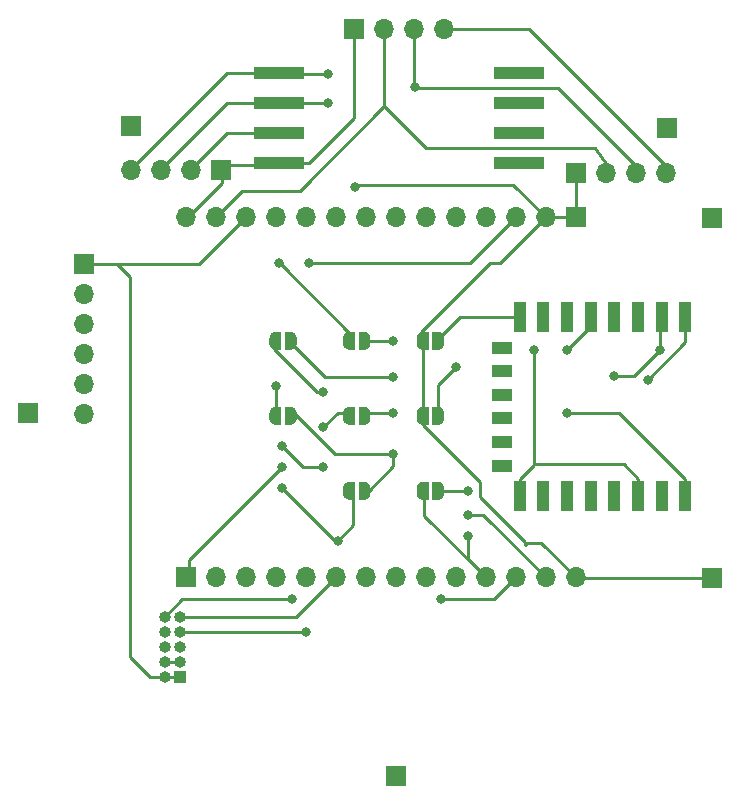
<source format=gbl>
G04 #@! TF.GenerationSoftware,KiCad,Pcbnew,5.1.9+dfsg1-1~bpo10+1*
G04 #@! TF.CreationDate,2021-10-25T22:06:13-04:00*
G04 #@! TF.ProjectId,wifi_shield,77696669-5f73-4686-9965-6c642e6b6963,rev?*
G04 #@! TF.SameCoordinates,Original*
G04 #@! TF.FileFunction,Copper,L2,Bot*
G04 #@! TF.FilePolarity,Positive*
%FSLAX46Y46*%
G04 Gerber Fmt 4.6, Leading zero omitted, Abs format (unit mm)*
G04 Created by KiCad (PCBNEW 5.1.9+dfsg1-1~bpo10+1) date 2021-10-25 22:06:13*
%MOMM*%
%LPD*%
G01*
G04 APERTURE LIST*
G04 #@! TA.AperFunction,SMDPad,CuDef*
%ADD10R,1.000000X2.500000*%
G04 #@! TD*
G04 #@! TA.AperFunction,SMDPad,CuDef*
%ADD11R,1.800000X1.000000*%
G04 #@! TD*
G04 #@! TA.AperFunction,SMDPad,CuDef*
%ADD12C,0.100000*%
G04 #@! TD*
G04 #@! TA.AperFunction,SMDPad,CuDef*
%ADD13R,4.200000X1.000000*%
G04 #@! TD*
G04 #@! TA.AperFunction,ComponentPad*
%ADD14R,1.700000X1.700000*%
G04 #@! TD*
G04 #@! TA.AperFunction,ComponentPad*
%ADD15O,1.700000X1.700000*%
G04 #@! TD*
G04 #@! TA.AperFunction,ComponentPad*
%ADD16R,1.000000X1.000000*%
G04 #@! TD*
G04 #@! TA.AperFunction,ComponentPad*
%ADD17O,1.000000X1.000000*%
G04 #@! TD*
G04 #@! TA.AperFunction,ViaPad*
%ADD18C,0.800000*%
G04 #@! TD*
G04 #@! TA.AperFunction,Conductor*
%ADD19C,0.250000*%
G04 #@! TD*
G04 APERTURE END LIST*
D10*
X174250000Y-108100000D03*
X172250000Y-108100000D03*
X170250000Y-108100000D03*
X168250000Y-108100000D03*
X166250000Y-108100000D03*
X164250000Y-108100000D03*
X162250000Y-108100000D03*
X160250000Y-108100000D03*
D11*
X158750000Y-105500000D03*
X158750000Y-103500000D03*
X158750000Y-101500000D03*
X158750000Y-99500000D03*
X158750000Y-97500000D03*
X158750000Y-95500000D03*
D10*
X160250000Y-92900000D03*
X162250000Y-92900000D03*
X164250000Y-92900000D03*
X166250000Y-92900000D03*
X168250000Y-92900000D03*
X170250000Y-92900000D03*
X172250000Y-92900000D03*
X174250000Y-92900000D03*
G04 #@! TA.AperFunction,SMDPad,CuDef*
D12*
G36*
X147094000Y-94170602D02*
G01*
X147118534Y-94170602D01*
X147167365Y-94175412D01*
X147215490Y-94184984D01*
X147262445Y-94199228D01*
X147307778Y-94218005D01*
X147351051Y-94241136D01*
X147391850Y-94268396D01*
X147429779Y-94299524D01*
X147464476Y-94334221D01*
X147495604Y-94372150D01*
X147522864Y-94412949D01*
X147545995Y-94456222D01*
X147564772Y-94501555D01*
X147579016Y-94548510D01*
X147588588Y-94596635D01*
X147593398Y-94645466D01*
X147593398Y-94670000D01*
X147594000Y-94670000D01*
X147594000Y-95170000D01*
X147593398Y-95170000D01*
X147593398Y-95194534D01*
X147588588Y-95243365D01*
X147579016Y-95291490D01*
X147564772Y-95338445D01*
X147545995Y-95383778D01*
X147522864Y-95427051D01*
X147495604Y-95467850D01*
X147464476Y-95505779D01*
X147429779Y-95540476D01*
X147391850Y-95571604D01*
X147351051Y-95598864D01*
X147307778Y-95621995D01*
X147262445Y-95640772D01*
X147215490Y-95655016D01*
X147167365Y-95664588D01*
X147118534Y-95669398D01*
X147094000Y-95669398D01*
X147094000Y-95670000D01*
X146594000Y-95670000D01*
X146594000Y-94170000D01*
X147094000Y-94170000D01*
X147094000Y-94170602D01*
G37*
G04 #@! TD.AperFunction*
G04 #@! TA.AperFunction,SMDPad,CuDef*
G36*
X146294000Y-95670000D02*
G01*
X145794000Y-95670000D01*
X145794000Y-95669398D01*
X145769466Y-95669398D01*
X145720635Y-95664588D01*
X145672510Y-95655016D01*
X145625555Y-95640772D01*
X145580222Y-95621995D01*
X145536949Y-95598864D01*
X145496150Y-95571604D01*
X145458221Y-95540476D01*
X145423524Y-95505779D01*
X145392396Y-95467850D01*
X145365136Y-95427051D01*
X145342005Y-95383778D01*
X145323228Y-95338445D01*
X145308984Y-95291490D01*
X145299412Y-95243365D01*
X145294602Y-95194534D01*
X145294602Y-95170000D01*
X145294000Y-95170000D01*
X145294000Y-94670000D01*
X145294602Y-94670000D01*
X145294602Y-94645466D01*
X145299412Y-94596635D01*
X145308984Y-94548510D01*
X145323228Y-94501555D01*
X145342005Y-94456222D01*
X145365136Y-94412949D01*
X145392396Y-94372150D01*
X145423524Y-94334221D01*
X145458221Y-94299524D01*
X145496150Y-94268396D01*
X145536949Y-94241136D01*
X145580222Y-94218005D01*
X145625555Y-94199228D01*
X145672510Y-94184984D01*
X145720635Y-94175412D01*
X145769466Y-94170602D01*
X145794000Y-94170602D01*
X145794000Y-94170000D01*
X146294000Y-94170000D01*
X146294000Y-95670000D01*
G37*
G04 #@! TD.AperFunction*
D13*
X139840000Y-79880000D03*
X139840000Y-77340000D03*
X139840000Y-74800000D03*
X139840000Y-72260000D03*
X160160000Y-79880000D03*
X160160000Y-77340000D03*
X160160000Y-74800000D03*
X160160000Y-72260000D03*
G04 #@! TA.AperFunction,SMDPad,CuDef*
D12*
G36*
X152532000Y-102020000D02*
G01*
X152032000Y-102020000D01*
X152032000Y-102019398D01*
X152007466Y-102019398D01*
X151958635Y-102014588D01*
X151910510Y-102005016D01*
X151863555Y-101990772D01*
X151818222Y-101971995D01*
X151774949Y-101948864D01*
X151734150Y-101921604D01*
X151696221Y-101890476D01*
X151661524Y-101855779D01*
X151630396Y-101817850D01*
X151603136Y-101777051D01*
X151580005Y-101733778D01*
X151561228Y-101688445D01*
X151546984Y-101641490D01*
X151537412Y-101593365D01*
X151532602Y-101544534D01*
X151532602Y-101520000D01*
X151532000Y-101520000D01*
X151532000Y-101020000D01*
X151532602Y-101020000D01*
X151532602Y-100995466D01*
X151537412Y-100946635D01*
X151546984Y-100898510D01*
X151561228Y-100851555D01*
X151580005Y-100806222D01*
X151603136Y-100762949D01*
X151630396Y-100722150D01*
X151661524Y-100684221D01*
X151696221Y-100649524D01*
X151734150Y-100618396D01*
X151774949Y-100591136D01*
X151818222Y-100568005D01*
X151863555Y-100549228D01*
X151910510Y-100534984D01*
X151958635Y-100525412D01*
X152007466Y-100520602D01*
X152032000Y-100520602D01*
X152032000Y-100520000D01*
X152532000Y-100520000D01*
X152532000Y-102020000D01*
G37*
G04 #@! TD.AperFunction*
G04 #@! TA.AperFunction,SMDPad,CuDef*
G36*
X153332000Y-100520602D02*
G01*
X153356534Y-100520602D01*
X153405365Y-100525412D01*
X153453490Y-100534984D01*
X153500445Y-100549228D01*
X153545778Y-100568005D01*
X153589051Y-100591136D01*
X153629850Y-100618396D01*
X153667779Y-100649524D01*
X153702476Y-100684221D01*
X153733604Y-100722150D01*
X153760864Y-100762949D01*
X153783995Y-100806222D01*
X153802772Y-100851555D01*
X153817016Y-100898510D01*
X153826588Y-100946635D01*
X153831398Y-100995466D01*
X153831398Y-101020000D01*
X153832000Y-101020000D01*
X153832000Y-101520000D01*
X153831398Y-101520000D01*
X153831398Y-101544534D01*
X153826588Y-101593365D01*
X153817016Y-101641490D01*
X153802772Y-101688445D01*
X153783995Y-101733778D01*
X153760864Y-101777051D01*
X153733604Y-101817850D01*
X153702476Y-101855779D01*
X153667779Y-101890476D01*
X153629850Y-101921604D01*
X153589051Y-101948864D01*
X153545778Y-101971995D01*
X153500445Y-101990772D01*
X153453490Y-102005016D01*
X153405365Y-102014588D01*
X153356534Y-102019398D01*
X153332000Y-102019398D01*
X153332000Y-102020000D01*
X152832000Y-102020000D01*
X152832000Y-100520000D01*
X153332000Y-100520000D01*
X153332000Y-100520602D01*
G37*
G04 #@! TD.AperFunction*
D14*
X146250000Y-68500000D03*
D15*
X148790000Y-68500000D03*
X151330000Y-68500000D03*
X153870000Y-68500000D03*
G04 #@! TA.AperFunction,SMDPad,CuDef*
D12*
G36*
X140056000Y-95670000D02*
G01*
X139556000Y-95670000D01*
X139556000Y-95669398D01*
X139531466Y-95669398D01*
X139482635Y-95664588D01*
X139434510Y-95655016D01*
X139387555Y-95640772D01*
X139342222Y-95621995D01*
X139298949Y-95598864D01*
X139258150Y-95571604D01*
X139220221Y-95540476D01*
X139185524Y-95505779D01*
X139154396Y-95467850D01*
X139127136Y-95427051D01*
X139104005Y-95383778D01*
X139085228Y-95338445D01*
X139070984Y-95291490D01*
X139061412Y-95243365D01*
X139056602Y-95194534D01*
X139056602Y-95170000D01*
X139056000Y-95170000D01*
X139056000Y-94670000D01*
X139056602Y-94670000D01*
X139056602Y-94645466D01*
X139061412Y-94596635D01*
X139070984Y-94548510D01*
X139085228Y-94501555D01*
X139104005Y-94456222D01*
X139127136Y-94412949D01*
X139154396Y-94372150D01*
X139185524Y-94334221D01*
X139220221Y-94299524D01*
X139258150Y-94268396D01*
X139298949Y-94241136D01*
X139342222Y-94218005D01*
X139387555Y-94199228D01*
X139434510Y-94184984D01*
X139482635Y-94175412D01*
X139531466Y-94170602D01*
X139556000Y-94170602D01*
X139556000Y-94170000D01*
X140056000Y-94170000D01*
X140056000Y-95670000D01*
G37*
G04 #@! TD.AperFunction*
G04 #@! TA.AperFunction,SMDPad,CuDef*
G36*
X140856000Y-94170602D02*
G01*
X140880534Y-94170602D01*
X140929365Y-94175412D01*
X140977490Y-94184984D01*
X141024445Y-94199228D01*
X141069778Y-94218005D01*
X141113051Y-94241136D01*
X141153850Y-94268396D01*
X141191779Y-94299524D01*
X141226476Y-94334221D01*
X141257604Y-94372150D01*
X141284864Y-94412949D01*
X141307995Y-94456222D01*
X141326772Y-94501555D01*
X141341016Y-94548510D01*
X141350588Y-94596635D01*
X141355398Y-94645466D01*
X141355398Y-94670000D01*
X141356000Y-94670000D01*
X141356000Y-95170000D01*
X141355398Y-95170000D01*
X141355398Y-95194534D01*
X141350588Y-95243365D01*
X141341016Y-95291490D01*
X141326772Y-95338445D01*
X141307995Y-95383778D01*
X141284864Y-95427051D01*
X141257604Y-95467850D01*
X141226476Y-95505779D01*
X141191779Y-95540476D01*
X141153850Y-95571604D01*
X141113051Y-95598864D01*
X141069778Y-95621995D01*
X141024445Y-95640772D01*
X140977490Y-95655016D01*
X140929365Y-95664588D01*
X140880534Y-95669398D01*
X140856000Y-95669398D01*
X140856000Y-95670000D01*
X140356000Y-95670000D01*
X140356000Y-94170000D01*
X140856000Y-94170000D01*
X140856000Y-94170602D01*
G37*
G04 #@! TD.AperFunction*
G04 #@! TA.AperFunction,SMDPad,CuDef*
G36*
X140056000Y-102020000D02*
G01*
X139556000Y-102020000D01*
X139556000Y-102019398D01*
X139531466Y-102019398D01*
X139482635Y-102014588D01*
X139434510Y-102005016D01*
X139387555Y-101990772D01*
X139342222Y-101971995D01*
X139298949Y-101948864D01*
X139258150Y-101921604D01*
X139220221Y-101890476D01*
X139185524Y-101855779D01*
X139154396Y-101817850D01*
X139127136Y-101777051D01*
X139104005Y-101733778D01*
X139085228Y-101688445D01*
X139070984Y-101641490D01*
X139061412Y-101593365D01*
X139056602Y-101544534D01*
X139056602Y-101520000D01*
X139056000Y-101520000D01*
X139056000Y-101020000D01*
X139056602Y-101020000D01*
X139056602Y-100995466D01*
X139061412Y-100946635D01*
X139070984Y-100898510D01*
X139085228Y-100851555D01*
X139104005Y-100806222D01*
X139127136Y-100762949D01*
X139154396Y-100722150D01*
X139185524Y-100684221D01*
X139220221Y-100649524D01*
X139258150Y-100618396D01*
X139298949Y-100591136D01*
X139342222Y-100568005D01*
X139387555Y-100549228D01*
X139434510Y-100534984D01*
X139482635Y-100525412D01*
X139531466Y-100520602D01*
X139556000Y-100520602D01*
X139556000Y-100520000D01*
X140056000Y-100520000D01*
X140056000Y-102020000D01*
G37*
G04 #@! TD.AperFunction*
G04 #@! TA.AperFunction,SMDPad,CuDef*
G36*
X140856000Y-100520602D02*
G01*
X140880534Y-100520602D01*
X140929365Y-100525412D01*
X140977490Y-100534984D01*
X141024445Y-100549228D01*
X141069778Y-100568005D01*
X141113051Y-100591136D01*
X141153850Y-100618396D01*
X141191779Y-100649524D01*
X141226476Y-100684221D01*
X141257604Y-100722150D01*
X141284864Y-100762949D01*
X141307995Y-100806222D01*
X141326772Y-100851555D01*
X141341016Y-100898510D01*
X141350588Y-100946635D01*
X141355398Y-100995466D01*
X141355398Y-101020000D01*
X141356000Y-101020000D01*
X141356000Y-101520000D01*
X141355398Y-101520000D01*
X141355398Y-101544534D01*
X141350588Y-101593365D01*
X141341016Y-101641490D01*
X141326772Y-101688445D01*
X141307995Y-101733778D01*
X141284864Y-101777051D01*
X141257604Y-101817850D01*
X141226476Y-101855779D01*
X141191779Y-101890476D01*
X141153850Y-101921604D01*
X141113051Y-101948864D01*
X141069778Y-101971995D01*
X141024445Y-101990772D01*
X140977490Y-102005016D01*
X140929365Y-102014588D01*
X140880534Y-102019398D01*
X140856000Y-102019398D01*
X140856000Y-102020000D01*
X140356000Y-102020000D01*
X140356000Y-100520000D01*
X140856000Y-100520000D01*
X140856000Y-100520602D01*
G37*
G04 #@! TD.AperFunction*
G04 #@! TA.AperFunction,SMDPad,CuDef*
G36*
X153332000Y-106870602D02*
G01*
X153356534Y-106870602D01*
X153405365Y-106875412D01*
X153453490Y-106884984D01*
X153500445Y-106899228D01*
X153545778Y-106918005D01*
X153589051Y-106941136D01*
X153629850Y-106968396D01*
X153667779Y-106999524D01*
X153702476Y-107034221D01*
X153733604Y-107072150D01*
X153760864Y-107112949D01*
X153783995Y-107156222D01*
X153802772Y-107201555D01*
X153817016Y-107248510D01*
X153826588Y-107296635D01*
X153831398Y-107345466D01*
X153831398Y-107370000D01*
X153832000Y-107370000D01*
X153832000Y-107870000D01*
X153831398Y-107870000D01*
X153831398Y-107894534D01*
X153826588Y-107943365D01*
X153817016Y-107991490D01*
X153802772Y-108038445D01*
X153783995Y-108083778D01*
X153760864Y-108127051D01*
X153733604Y-108167850D01*
X153702476Y-108205779D01*
X153667779Y-108240476D01*
X153629850Y-108271604D01*
X153589051Y-108298864D01*
X153545778Y-108321995D01*
X153500445Y-108340772D01*
X153453490Y-108355016D01*
X153405365Y-108364588D01*
X153356534Y-108369398D01*
X153332000Y-108369398D01*
X153332000Y-108370000D01*
X152832000Y-108370000D01*
X152832000Y-106870000D01*
X153332000Y-106870000D01*
X153332000Y-106870602D01*
G37*
G04 #@! TD.AperFunction*
G04 #@! TA.AperFunction,SMDPad,CuDef*
G36*
X152532000Y-108370000D02*
G01*
X152032000Y-108370000D01*
X152032000Y-108369398D01*
X152007466Y-108369398D01*
X151958635Y-108364588D01*
X151910510Y-108355016D01*
X151863555Y-108340772D01*
X151818222Y-108321995D01*
X151774949Y-108298864D01*
X151734150Y-108271604D01*
X151696221Y-108240476D01*
X151661524Y-108205779D01*
X151630396Y-108167850D01*
X151603136Y-108127051D01*
X151580005Y-108083778D01*
X151561228Y-108038445D01*
X151546984Y-107991490D01*
X151537412Y-107943365D01*
X151532602Y-107894534D01*
X151532602Y-107870000D01*
X151532000Y-107870000D01*
X151532000Y-107370000D01*
X151532602Y-107370000D01*
X151532602Y-107345466D01*
X151537412Y-107296635D01*
X151546984Y-107248510D01*
X151561228Y-107201555D01*
X151580005Y-107156222D01*
X151603136Y-107112949D01*
X151630396Y-107072150D01*
X151661524Y-107034221D01*
X151696221Y-106999524D01*
X151734150Y-106968396D01*
X151774949Y-106941136D01*
X151818222Y-106918005D01*
X151863555Y-106899228D01*
X151910510Y-106884984D01*
X151958635Y-106875412D01*
X152007466Y-106870602D01*
X152032000Y-106870602D01*
X152032000Y-106870000D01*
X152532000Y-106870000D01*
X152532000Y-108370000D01*
G37*
G04 #@! TD.AperFunction*
G04 #@! TA.AperFunction,SMDPad,CuDef*
G36*
X152532000Y-95670000D02*
G01*
X152032000Y-95670000D01*
X152032000Y-95669398D01*
X152007466Y-95669398D01*
X151958635Y-95664588D01*
X151910510Y-95655016D01*
X151863555Y-95640772D01*
X151818222Y-95621995D01*
X151774949Y-95598864D01*
X151734150Y-95571604D01*
X151696221Y-95540476D01*
X151661524Y-95505779D01*
X151630396Y-95467850D01*
X151603136Y-95427051D01*
X151580005Y-95383778D01*
X151561228Y-95338445D01*
X151546984Y-95291490D01*
X151537412Y-95243365D01*
X151532602Y-95194534D01*
X151532602Y-95170000D01*
X151532000Y-95170000D01*
X151532000Y-94670000D01*
X151532602Y-94670000D01*
X151532602Y-94645466D01*
X151537412Y-94596635D01*
X151546984Y-94548510D01*
X151561228Y-94501555D01*
X151580005Y-94456222D01*
X151603136Y-94412949D01*
X151630396Y-94372150D01*
X151661524Y-94334221D01*
X151696221Y-94299524D01*
X151734150Y-94268396D01*
X151774949Y-94241136D01*
X151818222Y-94218005D01*
X151863555Y-94199228D01*
X151910510Y-94184984D01*
X151958635Y-94175412D01*
X152007466Y-94170602D01*
X152032000Y-94170602D01*
X152032000Y-94170000D01*
X152532000Y-94170000D01*
X152532000Y-95670000D01*
G37*
G04 #@! TD.AperFunction*
G04 #@! TA.AperFunction,SMDPad,CuDef*
G36*
X153332000Y-94170602D02*
G01*
X153356534Y-94170602D01*
X153405365Y-94175412D01*
X153453490Y-94184984D01*
X153500445Y-94199228D01*
X153545778Y-94218005D01*
X153589051Y-94241136D01*
X153629850Y-94268396D01*
X153667779Y-94299524D01*
X153702476Y-94334221D01*
X153733604Y-94372150D01*
X153760864Y-94412949D01*
X153783995Y-94456222D01*
X153802772Y-94501555D01*
X153817016Y-94548510D01*
X153826588Y-94596635D01*
X153831398Y-94645466D01*
X153831398Y-94670000D01*
X153832000Y-94670000D01*
X153832000Y-95170000D01*
X153831398Y-95170000D01*
X153831398Y-95194534D01*
X153826588Y-95243365D01*
X153817016Y-95291490D01*
X153802772Y-95338445D01*
X153783995Y-95383778D01*
X153760864Y-95427051D01*
X153733604Y-95467850D01*
X153702476Y-95505779D01*
X153667779Y-95540476D01*
X153629850Y-95571604D01*
X153589051Y-95598864D01*
X153545778Y-95621995D01*
X153500445Y-95640772D01*
X153453490Y-95655016D01*
X153405365Y-95664588D01*
X153356534Y-95669398D01*
X153332000Y-95669398D01*
X153332000Y-95670000D01*
X152832000Y-95670000D01*
X152832000Y-94170000D01*
X153332000Y-94170000D01*
X153332000Y-94170602D01*
G37*
G04 #@! TD.AperFunction*
G04 #@! TA.AperFunction,SMDPad,CuDef*
G36*
X147094000Y-100520602D02*
G01*
X147118534Y-100520602D01*
X147167365Y-100525412D01*
X147215490Y-100534984D01*
X147262445Y-100549228D01*
X147307778Y-100568005D01*
X147351051Y-100591136D01*
X147391850Y-100618396D01*
X147429779Y-100649524D01*
X147464476Y-100684221D01*
X147495604Y-100722150D01*
X147522864Y-100762949D01*
X147545995Y-100806222D01*
X147564772Y-100851555D01*
X147579016Y-100898510D01*
X147588588Y-100946635D01*
X147593398Y-100995466D01*
X147593398Y-101020000D01*
X147594000Y-101020000D01*
X147594000Y-101520000D01*
X147593398Y-101520000D01*
X147593398Y-101544534D01*
X147588588Y-101593365D01*
X147579016Y-101641490D01*
X147564772Y-101688445D01*
X147545995Y-101733778D01*
X147522864Y-101777051D01*
X147495604Y-101817850D01*
X147464476Y-101855779D01*
X147429779Y-101890476D01*
X147391850Y-101921604D01*
X147351051Y-101948864D01*
X147307778Y-101971995D01*
X147262445Y-101990772D01*
X147215490Y-102005016D01*
X147167365Y-102014588D01*
X147118534Y-102019398D01*
X147094000Y-102019398D01*
X147094000Y-102020000D01*
X146594000Y-102020000D01*
X146594000Y-100520000D01*
X147094000Y-100520000D01*
X147094000Y-100520602D01*
G37*
G04 #@! TD.AperFunction*
G04 #@! TA.AperFunction,SMDPad,CuDef*
G36*
X146294000Y-102020000D02*
G01*
X145794000Y-102020000D01*
X145794000Y-102019398D01*
X145769466Y-102019398D01*
X145720635Y-102014588D01*
X145672510Y-102005016D01*
X145625555Y-101990772D01*
X145580222Y-101971995D01*
X145536949Y-101948864D01*
X145496150Y-101921604D01*
X145458221Y-101890476D01*
X145423524Y-101855779D01*
X145392396Y-101817850D01*
X145365136Y-101777051D01*
X145342005Y-101733778D01*
X145323228Y-101688445D01*
X145308984Y-101641490D01*
X145299412Y-101593365D01*
X145294602Y-101544534D01*
X145294602Y-101520000D01*
X145294000Y-101520000D01*
X145294000Y-101020000D01*
X145294602Y-101020000D01*
X145294602Y-100995466D01*
X145299412Y-100946635D01*
X145308984Y-100898510D01*
X145323228Y-100851555D01*
X145342005Y-100806222D01*
X145365136Y-100762949D01*
X145392396Y-100722150D01*
X145423524Y-100684221D01*
X145458221Y-100649524D01*
X145496150Y-100618396D01*
X145536949Y-100591136D01*
X145580222Y-100568005D01*
X145625555Y-100549228D01*
X145672510Y-100534984D01*
X145720635Y-100525412D01*
X145769466Y-100520602D01*
X145794000Y-100520602D01*
X145794000Y-100520000D01*
X146294000Y-100520000D01*
X146294000Y-102020000D01*
G37*
G04 #@! TD.AperFunction*
G04 #@! TA.AperFunction,SMDPad,CuDef*
G36*
X147094000Y-106870602D02*
G01*
X147118534Y-106870602D01*
X147167365Y-106875412D01*
X147215490Y-106884984D01*
X147262445Y-106899228D01*
X147307778Y-106918005D01*
X147351051Y-106941136D01*
X147391850Y-106968396D01*
X147429779Y-106999524D01*
X147464476Y-107034221D01*
X147495604Y-107072150D01*
X147522864Y-107112949D01*
X147545995Y-107156222D01*
X147564772Y-107201555D01*
X147579016Y-107248510D01*
X147588588Y-107296635D01*
X147593398Y-107345466D01*
X147593398Y-107370000D01*
X147594000Y-107370000D01*
X147594000Y-107870000D01*
X147593398Y-107870000D01*
X147593398Y-107894534D01*
X147588588Y-107943365D01*
X147579016Y-107991490D01*
X147564772Y-108038445D01*
X147545995Y-108083778D01*
X147522864Y-108127051D01*
X147495604Y-108167850D01*
X147464476Y-108205779D01*
X147429779Y-108240476D01*
X147391850Y-108271604D01*
X147351051Y-108298864D01*
X147307778Y-108321995D01*
X147262445Y-108340772D01*
X147215490Y-108355016D01*
X147167365Y-108364588D01*
X147118534Y-108369398D01*
X147094000Y-108369398D01*
X147094000Y-108370000D01*
X146594000Y-108370000D01*
X146594000Y-106870000D01*
X147094000Y-106870000D01*
X147094000Y-106870602D01*
G37*
G04 #@! TD.AperFunction*
G04 #@! TA.AperFunction,SMDPad,CuDef*
G36*
X146294000Y-108370000D02*
G01*
X145794000Y-108370000D01*
X145794000Y-108369398D01*
X145769466Y-108369398D01*
X145720635Y-108364588D01*
X145672510Y-108355016D01*
X145625555Y-108340772D01*
X145580222Y-108321995D01*
X145536949Y-108298864D01*
X145496150Y-108271604D01*
X145458221Y-108240476D01*
X145423524Y-108205779D01*
X145392396Y-108167850D01*
X145365136Y-108127051D01*
X145342005Y-108083778D01*
X145323228Y-108038445D01*
X145308984Y-107991490D01*
X145299412Y-107943365D01*
X145294602Y-107894534D01*
X145294602Y-107870000D01*
X145294000Y-107870000D01*
X145294000Y-107370000D01*
X145294602Y-107370000D01*
X145294602Y-107345466D01*
X145299412Y-107296635D01*
X145308984Y-107248510D01*
X145323228Y-107201555D01*
X145342005Y-107156222D01*
X145365136Y-107112949D01*
X145392396Y-107072150D01*
X145423524Y-107034221D01*
X145458221Y-106999524D01*
X145496150Y-106968396D01*
X145536949Y-106941136D01*
X145580222Y-106918005D01*
X145625555Y-106899228D01*
X145672510Y-106884984D01*
X145720635Y-106875412D01*
X145769466Y-106870602D01*
X145794000Y-106870602D01*
X145794000Y-106870000D01*
X146294000Y-106870000D01*
X146294000Y-108370000D01*
G37*
G04 #@! TD.AperFunction*
D15*
X172620000Y-80700000D03*
X170080000Y-80700000D03*
X167540000Y-80700000D03*
D14*
X165000000Y-80700000D03*
X164986000Y-84460000D03*
D15*
X162446000Y-84460000D03*
X159906000Y-84460000D03*
X157366000Y-84460000D03*
X154826000Y-84460000D03*
X152286000Y-84460000D03*
X149746000Y-84460000D03*
X147206000Y-84460000D03*
X144666000Y-84460000D03*
X142126000Y-84460000D03*
X139586000Y-84460000D03*
X137046000Y-84460000D03*
X134506000Y-84460000D03*
X131966000Y-84460000D03*
X164986000Y-114960600D03*
X162446000Y-114960600D03*
X159906000Y-114960600D03*
X157366000Y-114960600D03*
X154826000Y-114960600D03*
X152286000Y-114960600D03*
X149746000Y-114960600D03*
X147206000Y-114960600D03*
X144666000Y-114960600D03*
X142126000Y-114960600D03*
X139586000Y-114960600D03*
X137046000Y-114960600D03*
X134506000Y-114960600D03*
D14*
X131966000Y-114960600D03*
X134950000Y-80500000D03*
D15*
X132410000Y-80500000D03*
X129870000Y-80500000D03*
X127330000Y-80500000D03*
D14*
X123350000Y-88410000D03*
D15*
X123350000Y-90950000D03*
X123350000Y-93490000D03*
X123350000Y-96030000D03*
X123350000Y-98570000D03*
X123350000Y-101110000D03*
D14*
X127300000Y-76700000D03*
X176500000Y-115000000D03*
X149746000Y-131750000D03*
X176500000Y-84500000D03*
X172700000Y-76900000D03*
X118580200Y-101066800D03*
D16*
X131458000Y-123368000D03*
D17*
X130188000Y-123368000D03*
X131458000Y-122098000D03*
X130188000Y-122098000D03*
X131458000Y-120828000D03*
X130188000Y-120828000D03*
X131458000Y-119558000D03*
X130188000Y-119558000D03*
X131458000Y-118288000D03*
X130188000Y-118288000D03*
D18*
X146300000Y-81900000D03*
X142126000Y-119557996D03*
X140094000Y-103810000D03*
X155842000Y-111430000D03*
X143624602Y-105588000D03*
X155842000Y-109652000D03*
X143624600Y-99288798D03*
X140094000Y-107366000D03*
X140932200Y-116814800D03*
X153606800Y-116814798D03*
X144818400Y-111887200D03*
X144000000Y-72300000D03*
X144000000Y-74800000D03*
X151400000Y-73399999D03*
X140094000Y-105588000D03*
X139840000Y-88341402D03*
X143624600Y-102235200D03*
X139586000Y-98730000D03*
X142380000Y-88315996D03*
X149542800Y-101015996D03*
X164224008Y-101016000D03*
X149492000Y-94920000D03*
X161430000Y-95682000D03*
X164224000Y-95682000D03*
X154862990Y-97166790D03*
X155842000Y-107620000D03*
X149542800Y-97968000D03*
X172098000Y-95682000D03*
X168211800Y-97891799D03*
X171081990Y-98222000D03*
X149542800Y-104495800D03*
D19*
X164986000Y-81114000D02*
X165500000Y-80600000D01*
X164986000Y-84460000D02*
X164986000Y-81114000D01*
X162446000Y-84460000D02*
X164986000Y-84460000D01*
X165025400Y-115000000D02*
X164986000Y-114960600D01*
X176500000Y-115000000D02*
X165025400Y-115000000D01*
X130188000Y-122098000D02*
X131458000Y-122098000D01*
X146488000Y-81712000D02*
X146300000Y-81900000D01*
X162446000Y-84460000D02*
X159698000Y-81712000D01*
X159698000Y-81712000D02*
X146488000Y-81712000D01*
X146250000Y-76020000D02*
X146250000Y-69000000D01*
X142390000Y-79880000D02*
X146250000Y-76020000D01*
X140040000Y-79880000D02*
X142390000Y-79880000D01*
X132140000Y-84460000D02*
X135014000Y-81586000D01*
X139920000Y-80000000D02*
X140040000Y-79880000D01*
X131966000Y-84460000D02*
X132140000Y-84460000D01*
X135350000Y-80000000D02*
X139920000Y-80000000D01*
X135014000Y-81586000D02*
X135014000Y-80336000D01*
X135014000Y-80336000D02*
X135350000Y-80000000D01*
X152032000Y-102032000D02*
X152032000Y-101016000D01*
X162039600Y-112014200D02*
X160845800Y-112014200D01*
X164986000Y-114960600D02*
X162039600Y-112014200D01*
X156858000Y-106858000D02*
X152032000Y-102032000D01*
X156858000Y-108128000D02*
X156858000Y-106858000D01*
X160845800Y-112014200D02*
X160668000Y-112192000D01*
X160668000Y-111938000D02*
X156858000Y-108128000D01*
X160668000Y-112192000D02*
X160668000Y-111938000D01*
X157746408Y-88316000D02*
X158590000Y-88316000D01*
X152032000Y-101016000D02*
X152032000Y-95062000D01*
X158590000Y-88316000D02*
X162446000Y-84460000D01*
X151890000Y-94920000D02*
X151890000Y-94172408D01*
X152032000Y-95062000D02*
X151890000Y-94920000D01*
X151980904Y-94868904D02*
X152032000Y-94920000D01*
X151980904Y-94081504D02*
X151980904Y-94868904D01*
X151980904Y-94081504D02*
X157746408Y-88316000D01*
X151890000Y-94172408D02*
X151980904Y-94081504D01*
X131458000Y-119558000D02*
X142125996Y-119558000D01*
X142125996Y-119558000D02*
X142126000Y-119557996D01*
X152144000Y-109738600D02*
X152144000Y-107620000D01*
X157366000Y-114960600D02*
X152144000Y-109738600D01*
X155842000Y-113436600D02*
X157366000Y-114960600D01*
X156096000Y-111430000D02*
X155842000Y-111684000D01*
X155842000Y-111684000D02*
X155842000Y-113436600D01*
X140094000Y-103810000D02*
X141872000Y-105588000D01*
X141872000Y-105588000D02*
X143624602Y-105588000D01*
X141338600Y-118288000D02*
X144666000Y-114960600D01*
X131458000Y-118288000D02*
X141338600Y-118288000D01*
X157137400Y-109652000D02*
X156096000Y-109652000D01*
X162446000Y-114960600D02*
X157137400Y-109652000D01*
X139444000Y-95648481D02*
X143084317Y-99288798D01*
X139444000Y-94920000D02*
X139444000Y-95648481D01*
X143084317Y-99288798D02*
X143650002Y-99288798D01*
X131661200Y-116814800D02*
X140932200Y-116814800D01*
X130188000Y-118288000D02*
X131661200Y-116814800D01*
X159906000Y-114960600D02*
X158051802Y-116814798D01*
X158051802Y-116814798D02*
X153606800Y-116814798D01*
X140094000Y-107366000D02*
X144615200Y-111887200D01*
X144615200Y-111887200D02*
X144818400Y-111887200D01*
X146160000Y-110545600D02*
X144818400Y-111887200D01*
X146160000Y-107620000D02*
X146160000Y-110545600D01*
X140080000Y-72300000D02*
X140040000Y-72260000D01*
X144000000Y-72300000D02*
X140080000Y-72300000D01*
X135470000Y-72260000D02*
X127230000Y-80500000D01*
X140040000Y-72260000D02*
X135470000Y-72260000D01*
X153870000Y-68500000D02*
X153870000Y-68564000D01*
X153874000Y-68504000D02*
X153870000Y-68500000D01*
X173120000Y-80600000D02*
X161024000Y-68504000D01*
X161024000Y-68504000D02*
X153874000Y-68504000D01*
X140040000Y-74800000D02*
X144000000Y-74800000D01*
X135470000Y-74800000D02*
X140040000Y-74800000D01*
X129770000Y-80500000D02*
X135470000Y-74800000D01*
X170580000Y-80600000D02*
X163480000Y-73500000D01*
X151500001Y-73500000D02*
X151400000Y-73399999D01*
X163480000Y-73500000D02*
X151500001Y-73500000D01*
X151330000Y-73329999D02*
X151400000Y-73399999D01*
X151330000Y-69409200D02*
X151330000Y-68500000D01*
X151330000Y-69409200D02*
X151330000Y-73329999D01*
X151330000Y-69000000D02*
X151330000Y-69409200D01*
X135470000Y-77340000D02*
X140040000Y-77340000D01*
X132310000Y-80500000D02*
X135470000Y-77340000D01*
X152319999Y-78565001D02*
X148790000Y-75035002D01*
X168040000Y-80600000D02*
X166600000Y-78565001D01*
X166600000Y-78565001D02*
X152319999Y-78565001D01*
X141605002Y-82220000D02*
X148790000Y-75035002D01*
X134506000Y-84460000D02*
X136746000Y-82220000D01*
X136746000Y-82220000D02*
X141605002Y-82220000D01*
X140094000Y-105588000D02*
X132220000Y-113462000D01*
X132220000Y-114706600D02*
X131966000Y-114960600D01*
X132220000Y-113462000D02*
X132220000Y-114706600D01*
X139916202Y-88341402D02*
X139840000Y-88341402D01*
X146160000Y-94920000D02*
X146160000Y-94585200D01*
X146160000Y-94585200D02*
X139916202Y-88341402D01*
X144843800Y-101016000D02*
X143624600Y-102235200D01*
X146048000Y-101016000D02*
X144843800Y-101016000D01*
X148790000Y-69351400D02*
X148790000Y-68500000D01*
X148790000Y-69351400D02*
X148790000Y-69000000D01*
X148790000Y-75035002D02*
X148790000Y-69351400D01*
X130188000Y-123368000D02*
X131458000Y-123368000D01*
X133096000Y-88410000D02*
X123350000Y-88410000D01*
X137046000Y-84460000D02*
X133096000Y-88410000D01*
X123350000Y-88410000D02*
X126167200Y-88410000D01*
X126167200Y-88410000D02*
X127267000Y-89509800D01*
X127267000Y-89509800D02*
X127267000Y-121717000D01*
X128918000Y-123368000D02*
X130188000Y-123368000D01*
X127267000Y-121717000D02*
X128918000Y-123368000D01*
X139586000Y-100732000D02*
X139556000Y-100762000D01*
X139586000Y-98730000D02*
X139586000Y-100732000D01*
X156050004Y-88315996D02*
X142380000Y-88315996D01*
X159906000Y-84460000D02*
X156050004Y-88315996D01*
X149491996Y-101016000D02*
X149492000Y-101015996D01*
X147348000Y-101016000D02*
X149491996Y-101016000D01*
X168666000Y-101016000D02*
X164224008Y-101016000D01*
X174250000Y-108100000D02*
X174250000Y-106600000D01*
X174250000Y-106600000D02*
X168666000Y-101016000D01*
X160250000Y-106600000D02*
X160250000Y-108100000D01*
X147460000Y-94920000D02*
X149492000Y-94920000D01*
X161346000Y-105504000D02*
X160250000Y-106600000D01*
X161430000Y-105420000D02*
X161346000Y-105504000D01*
X161430000Y-95682000D02*
X161430000Y-105420000D01*
X161465200Y-105384800D02*
X161346000Y-105504000D01*
X169034800Y-105384800D02*
X161465200Y-105384800D01*
X170250000Y-108100000D02*
X170250000Y-106600000D01*
X170250000Y-106600000D02*
X169034800Y-105384800D01*
X155210000Y-92900000D02*
X160250000Y-92900000D01*
X153190000Y-94920000D02*
X155210000Y-92900000D01*
X166250000Y-92900000D02*
X166250000Y-93656000D01*
X166250000Y-93656000D02*
X164224000Y-95682000D01*
X153332000Y-101016000D02*
X153332000Y-98697780D01*
X153332000Y-98697780D02*
X154862990Y-97166790D01*
X153444000Y-107620000D02*
X155842000Y-107620000D01*
X140744000Y-94920000D02*
X143792000Y-97968000D01*
X143792000Y-97968000D02*
X149491996Y-97968000D01*
X172250000Y-92900000D02*
X172250000Y-93650000D01*
X172098000Y-93052000D02*
X172098000Y-95682000D01*
X172250000Y-92900000D02*
X172098000Y-93052000D01*
X169888201Y-97891799D02*
X168211800Y-97891799D01*
X172098000Y-95682000D02*
X169888201Y-97891799D01*
X174250000Y-95053990D02*
X171081990Y-98222000D01*
X174250000Y-92900000D02*
X174250000Y-95053990D01*
X144589800Y-104495800D02*
X149542800Y-104495800D01*
X140856000Y-100762000D02*
X144589800Y-104495800D01*
X149542800Y-105537200D02*
X147460000Y-107620000D01*
X149542800Y-104495800D02*
X149542800Y-105537200D01*
M02*

</source>
